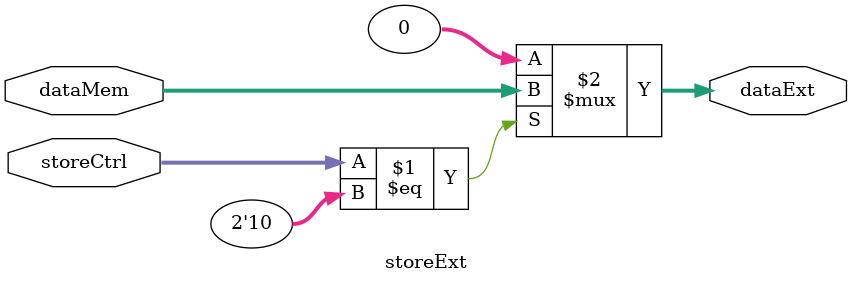
<source format=v>
module storeExt(
    input   [1:0]   storeCtrl,
    input   [31:0]  dataMem,
    output  [31:0]  dataExt
);

localparam SB   = 2'b00; 
localparam SH   = 2'b01;
localparam SW   = 2'b10;

assign dataExt  = (storeCtrl == SW) ? dataMem[31:0] : 32'h00000000;
                        
endmodule
</source>
